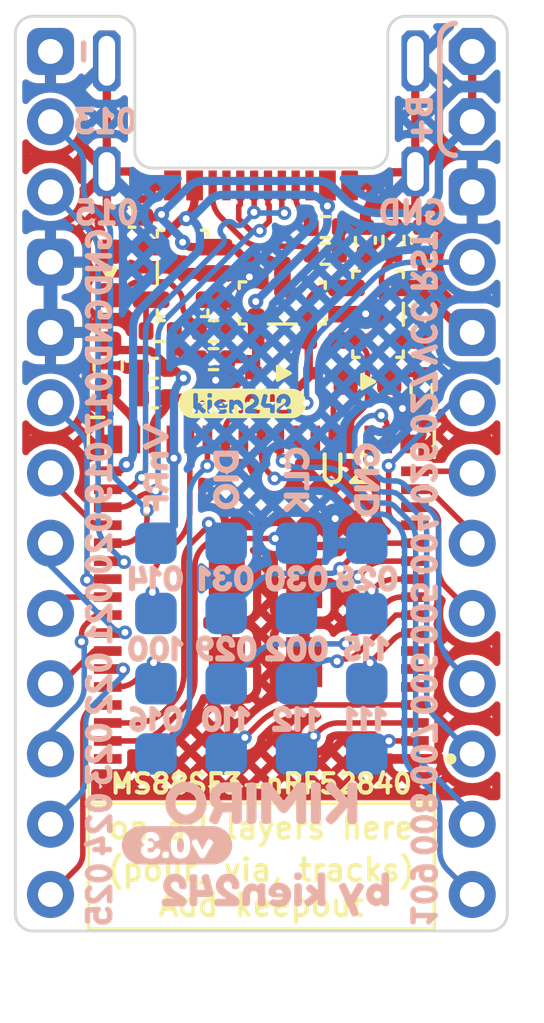
<source format=kicad_pcb>
(kicad_pcb (version 20221018) (generator pcbnew)
  (layers (0 "F.Cu" signal) (31 "B.Cu" signal) (34 "B.Paste" user) (35 "F.Paste" user) (36 "B.SilkS" user "B.Silkscreen") (37 "F.SilkS" user "F.Silkscreen") (38 "B.Mask" user) (39 "F.Mask" user) (44 "Edge.Cuts" user))
  (net 0 "")
  (net 1 "VBUS")
  (net 2 "GND")
  (net 3 "VDDH")
  (net 4 "VBAT")
  (net 5 "VCC")
  (net 6 "Net-(D2-K)")
  (net 7 "D+")
  (net 8 "D-")
  (net 9 "DCCH")
  (net 10 "POWER_PIN")
  (net 11 "SWCLK")
  (net 12 "SWDIO")
  (net 13 "RST")
  (net 14 "VDD")
  (net 15 "LED")
  (net 16 "Net-(D3-K)")
  (net 17 "Net-(J1-CC1)")
  (net 19 "019")
  (net 20 "013")
  (net 21 "015")
  (net 22 "017")
  (net 23 "021")
  (net 24 "023")
  (net 25 "020")
  (net 26 "022")
  (net 27 "024")
  (net 28 "026")
  (net 29 "004")
  (net 30 "006")
  (net 31 "008")
  (net 32 "016")
  (net 33 "005")
  (net 34 "027")
  (net 35 "109")
  (net 36 "007")
  (net 37 "025")
  (net 38 "014")
  (net 39 "031")
  (net 40 "030")
  (net 41 "028")
  (net 42 "029")
  (net 43 "002")
  (net 44 "115")
  (net 45 "113")
  (net 46 "003")
  (net 47 "114")
  (net 48 "110")
  (net 49 "112")
  (net 50 "111")
  (net 51 "Net-(J1-CC2)")
  (net 53 "Net-(U1-STAT)")
  (net 54 "Net-(U1-PROG)")
  (net 60 "100")
  (footprint "Diode_SMD:D_SOD-323" (layer "F.Cu") (at 76.962 45.9232 180)
    (fp_text reference "D1")
    (fp_text value "1N5819")
  )
  (footprint "Resistor_SMD:R_0402_1005Metric" (layer "F.Cu") (at 78.5114 40.64)
    (fp_text reference "R1")
    (fp_text value "5.1K")
  )
  (footprint "kibuzzard-62E24B57" (layer "F.Cu") (at 75.5142 47.0154)
    (fp_text reference "kibuzzard-62E24B57" hide)
    (fp_text value "G***" hide)
  )
  (footprint "Inductor_SMD:L_0603_1608Metric" (layer "F.Cu") (at 70.6628 45.6438 90)
    (fp_text reference "L1")
    (fp_text value "10uH")
  )
  (footprint "Capacitor_SMD:C_0402_1005Metric" (layer "F.Cu") (at 72.3392 45.7454 180)
    (fp_text reference "C5")
    (fp_text value "10uF")
  )
  (footprint "Resistor_SMD:R_0402_1005Metric" (layer "F.Cu") (at 81.9912 46.482 90)
    (fp_text reference "R7")
    (fp_text value "1K")
  )
  (footprint "Resistor_SMD:R_0402_1005Metric" (layer "F.Cu") (at 72.5424 44.3992)
    (fp_text reference "R5")
    (fp_text value "RPROG")
  )
  (footprint "kien242:USB-C-Low" (layer "F.Cu") (at 76.1894 38.6265)
    (fp_text reference "J1")
    (fp_text value "USB_C_Left")
  )
  (footprint "Resistor_SMD:R_0402_1005Metric" (layer "F.Cu") (at 78.5114 41.6052 180)
    (fp_text reference "R2")
    (fp_text value "5.1K")
  )
  (footprint "LED_SMD:LED_0603_1608Metric" (layer "F.Cu") (at 70.7136 42.3164 90)
    (fp_text reference "D2")
    (fp_text value "BLUE")
  )
  (footprint "Resistor_SMD:R_0402_1005Metric" (layer "F.Cu") (at 80.9752 41.1226 -90)
    (fp_text reference "R6")
    (fp_text value "10K")
  )
  (footprint "Package_TO_SOT_SMD:SOT-23-5" (layer "F.Cu") (at 73.3552 42.3164 180)
    (fp_text reference "U1")
    (fp_text value "TP4054")
  )
  (footprint "LED_SMD:LED_0603_1608Metric" (layer "F.Cu") (at 80.0354 46.228 180)
    (fp_text reference "D3")
    (fp_text value "BLUE")
  )
  (footprint "Package_TO_SOT_SMD:SOT-23" (layer "F.Cu") (at 76.962 43.3832 90)
    (fp_text reference "Q1")
    (fp_text value "AO3407")
  )
  (footprint "Capacitor_SMD:C_0402_1005Metric" (layer "F.Cu") (at 72.3392 46.8122 180)
    (fp_text reference "C4")
    (fp_text value "0.1uF")
  )
  (footprint "Capacitor_SMD:C_0402_1005Metric" (layer "F.Cu") (at 79.9592 41.1226 -90)
    (fp_text reference "C2")
    (fp_text value "10uF")
  )
  (footprint "Package_TO_SOT_SMD:SOT-23-5" (layer "F.Cu") (at 80.4164 43.7896)
    (fp_text reference "U3")
    (fp_text value "XC6220B331MR")
  )
  (footprint "Resistor_SMD:R_0402_1005Metric" (layer "F.Cu") (at 74.4728 44.3992)
    (fp_text reference "R4")
    (fp_text value "1K")
  )
  (footprint "Kimiro-library:MODULE_MS88SF3" (layer "F.Cu") (at 76.2 56.769 180)
    (fp_text reference "U2")
    (fp_text value "MS88FS3")
  )
  (footprint "Kimiro-library:Conn_1x13_P2.54mm" (layer "F.Cu") (at 83.82 34.29)
    (fp_text reference "J3")
    (fp_text value "Right")
  )
  (footprint "Capacitor_SMD:C_0402_1005Metric" (layer "F.Cu") (at 81.9912 41.1226 -90)
    (fp_text reference "C3")
    (fp_text value "4.7uF")
  )
  (footprint "Capacitor_SMD:C_0402_1005Metric" (layer "F.Cu") (at 71.5264 40.2844 180)
    (fp_text reference "C1")
    (fp_text value "10nF")
  )
  (footprint "Kimiro-library:Conn_1x13_P2.54mm" (layer "F.Cu") (at 68.58 34.29)
    (fp_text reference "J2")
    (fp_text value "Left")
  )
  (footprint "Resistor_SMD:R_0402_1005Metric" (layer "F.Cu") (at 74.4728 45.4152 180)
    (fp_text reference "R3")
    (fp_text value "R")
  )
  (footprint "kibuzzard-63BCF8A2" (layer "B.Cu") (at 74.93 49.784 -90)
    (fp_text reference "kibuzzard-63BCF8A2" hide)
    (fp_text value "G***" hide)
  )
  (footprint "Kimiro-library:Conn_1x01" (layer "B.Cu") (at 80.01 52.07 180)
    (fp_text reference "J8")
    (fp_text value " ")
  )
  (footprint "kibuzzard-640324C5" (layer "B.Cu") (at 80.01 49.784 -90)
    (fp_text reference "kibuzzard-640324C5" hide)
    (fp_text value "G***" hide)
  )
  (footprint "kibuzzard-63BCF8C7" (layer "B.Cu") (at 72.39 49.4 -90)
    (fp_text reference "kibuzzard-63BCF8C7" hide)
    (fp_text value "G***" hide)
  )
  (footprint "Kimiro-library:Conn_1x01" (layer "B.Cu") (at 77.47 52.07 180)
    (fp_text reference "J6")
    (fp_text value " ")
  )
  (footprint "kibuzzard-635CFC40" (layer "B.Cu") (at 77.47 55.88 180)
    (fp_text reference "kibuzzard-635CFC40" hide)
    (fp_text value "G***" hide)
  )
  (footprint "kibuzzard-635CFC34" (layer "B.Cu") (at 80.01 53.34 180)
    (fp_text reference "kibuzzard-635CFC34" hide)
    (fp_text value "G***" hide)
  )
  (footprint "kibuzzard-635D09C5" (layer "B.Cu") (at 73.152 62.992 180)
    (fp_text reference "kibuzzard-635D09C5" hide)
    (fp_text value "G***" hide)
  )
  (footprint "kibuzzard-635CFC4F" (layer "B.Cu") (at 72.39 55.88 180)
    (fp_text reference "kibuzzard-635CFC4F" hide)
    (fp_text value "G***" hide)
  )
  (footprint "kibuzzard-635CFC2D" (layer "B.Cu") (at 77.47 53.34 180)
    (fp_text reference "kibuzzard-635CFC2D" hide)
    (fp_text value "G***" hide)
  )
  (footprint "kibuzzard-635CFC57" (layer "B.Cu") (at 72.39 58.42 180)
    (fp_text reference "kibuzzard-635CFC57" hide)
    (fp_text value "G***" hide)
  )
  (footprint "kibuzzard-635CFC5E" (layer "B.Cu") (at 74.93 58.42 180)
    (fp_text reference "kibuzzard-635CFC5E" hide)
    (fp_text value "G***" hide)
  )
  (footprint "kibuzzard-635CFC3A" (layer "B.Cu") (at 80.01 55.88 180)
    (fp_text reference "kibuzzard-635CFC3A" hide)
    (fp_text value "G***" hide)
  )
  (footprint "Kimiro-library:Conn" (layer "B.Cu") (at 76.2 57.15 180)
    (fp_text reference "J4")
    (fp_text value " ")
  )
  (footprint "kibuzzard-63BCF8A9" (layer "B.Cu") (at 77.47 49.784 -90)
    (fp_text reference "kibuzzard-63BCF8A9" hide)
    (fp_text value "G***" hide)
  )
  (footprint "Kimiro-library:Conn_1x01" (layer "B.Cu") (at 72.39 52.07 180)
    (fp_text reference "J7")
    (fp_text value " ")
  )
  (footprint "kibuzzard-64034CD4" (layer "B.Cu") (at 76.708 64.77 180)
    (fp_text reference "kibuzzard-64034CD4" hide)
    (fp_text value "G***" hide)
  )
  (footprint "kibuzzard-635CB1F1" (layer "B.Cu") (at 74.93 53.34 180)
    (fp_text reference "kibuzzard-635CB1F2" hide)
    (fp_text value "G***" hide)
  )
  (footprint "Kimiro-library:Conn_1x01" (layer "B.Cu") (at 74.93 52.07 180)
    (fp_text reference "J5")
    (fp_text value " ")
  )
  (footprint "kibuzzard-635CFC69" (layer "B.Cu") (at 80.01 58.42 180)
    (fp_text reference "kibuzzard-635CFC69" hide)
    (fp_text value "G***" hide)
  )
  (footprint "kibuzzard-635CFC26" (layer "B.Cu") (at 72.39 53.34 180)
    (fp_text reference "kibuzzard-635CFC26" hide)
    (fp_text value "G***" hide)
  )
  (footprint "kibuzzard-635CFC63" (layer "B.Cu") (at 77.47 58.42 180)
    (fp_text reference "kibuzzard-635CFC63" hide)
    (fp_text value "G***" hide)
  )
  (footprint "kibuzzard-635CFC48" (layer "B.Cu") (at 74.93 55.88 180)
    (fp_text reference "kibuzzard-635CFC48" hide)
    (fp_text value "G***" hide)
  )
  (footprint "kibuzzard-62E2A6C4" (layer "B.Cu") (at 76.2 61.468 180)
    (fp_text reference "kibuzzard-62E2A6C4" hide)
    (fp_text value "G***" hide)
  )
  (gr_line (start 82.6516 37.4904) (end 82.6516 33.8328) (stroke (width 0.2)) (layer "B.SilkS"))
  (gr_arc (start 83.2104 38.0492) (mid 82.815269 37.885531) (end 82.6516 37.4904) (stroke (width 0.2)) (layer "B.SilkS"))
  (gr_arc (start 82.6516 33.8328) (mid 82.815269 33.437669) (end 83.2104 33.274) (stroke (width 0.2)) (layer "B.SilkS"))
  (gr_line (start 85.09 58.8518) (end 85.09 65.4558) (stroke (width 0.1)) (layer "Edge.Cuts"))
  (gr_arc (start 70.993 33.02) (mid 71.442013 33.205987) (end 71.628 33.655) (stroke (width 0.1)) (layer "Edge.Cuts"))
  (gr_arc (start 85.09 65.4558) (mid 84.904013 65.904813) (end 84.455 66.0908) (stroke (width 0.1)) (layer "Edge.Cuts"))
  (gr_line (start 85.09 36.195) (end 85.09 33.655) (stroke (width 0.1)) (layer "Edge.Cuts"))
  (gr_line (start 81.407 33.02) (end 84.455 33.02) (stroke (width 0.1)) (layer "Edge.Cuts"))
  (gr_line (start 85.09 58.8518) (end 85.09 36.195) (stroke (width 0.1)) (layer "Edge.Cuts"))
  (gr_line (start 67.31 36.195) (end 67.31 33.655) (stroke (width 0.1)) (layer "Edge.Cuts"))
  (gr_arc (start 80.772 33.655) (mid 80.957987 33.205987) (end 81.407 33.02) (stroke (width 0.1)) (layer "Edge.Cuts"))
  (gr_line (start 80.772 33.655) (end 80.772 37.8714) (stroke (width 0.1)) (layer "Edge.Cuts"))
  (gr_arc (start 80.772 37.8714) (mid 80.586013 38.320413) (end 80.137 38.5064) (stroke (width 0.1)) (layer "Edge.Cuts"))
  (gr_line (start 67.945 66.0908) (end 78.2214 66.0908) (stroke (width 0.1)) (layer "Edge.Cuts"))
  (gr_line (start 72.263 38.5064) (end 80.137 38.5064) (stroke (width 0.1)) (layer "Edge.Cuts"))
  (gr_line (start 70.993 33.02) (end 67.945 33.02) (stroke (width 0.1)) (layer "Edge.Cuts"))
  (gr_arc (start 67.31 33.655) (mid 67.495987 33.205987) (end 67.945 33.02) (stroke (width 0.1)) (layer "Edge.Cuts"))
  (gr_line (start 67.31 65.4558) (end 67.31 36.195) (stroke (width 0.1)) (layer "Edge.Cuts"))
  (gr_line (start 84.455 66.0908) (end 78.2214 66.0908) (stroke (width 0.1)) (layer "Edge.Cuts"))
  (gr_arc (start 72.263 38.5064) (mid 71.813987 38.320413) (end 71.628 37.8714) (stroke (width 0.1)) (layer "Edge.Cuts"))
  (gr_line (start 71.628 33.655) (end 71.628 37.8714) (stroke (width 0.1)) (layer "Edge.Cuts"))
  (gr_arc (start 84.455 33.02) (mid 84.904013 33.205987) (end 85.09 33.655) (stroke (width 0.1)) (layer "Edge.Cuts"))
  (gr_arc (start 67.945 66.0908) (mid 67.495987 65.904813) (end 67.31 65.4558) (stroke (width 0.1)) (layer "Edge.Cuts"))
  (gr_text "RST" (at 82.042 41.91 270) (layer "B.SilkS") (effects (font (size 0.8 0.8) (thickness 0.2)) (justify mirror)))
  (gr_text "007" (at 82.042 59.69 270) (layer "B.SilkS") (effects (font (size 0.8 0.8) (thickness 0.2)) (justify mirror)))
  (gr_text "006" (at 82.042 57.15 270) (layer "B.SilkS") (effects (font (size 0.8 0.8) (thickness 0.2)) (justify mirror)))
  (gr_text "023" (at 70.358 59.69 90) (layer "B.SilkS") (effects (font (size 0.8 0.8) (thickness 0.2)) (justify mirror)))
  (gr_text "GND" (at 70.358 41.91 90) (layer "B.SilkS") (effects (font (size 0.8 0.8) (thickness 0.2)) (justify mirror)))
  (gr_text "024" (at 70.358 62.23 90) (layer "B.SilkS") (effects (font (size 0.8 0.8) (thickness 0.2)) (justify mirror)))
  (gr_text "109" (at 82.042 64.77 270) (layer "B.SilkS") (effects (font (size 0.8 0.8) (thickness 0.2)) (justify mirror)))
  (gr_text "017" (at 70.358 46.99 90) (layer "B.SilkS") (effects (font (size 0.8 0.8) (thickness 0.2)) (justify mirror)))
  (gr_text "019" (at 70.358 49.53 90) (layer "B.SilkS") (effects (font (size 0.8 0.8) (thickness 0.2)) (justify mirror)))
  (gr_text "027" (at 82.042 46.99 270) (layer "B.SilkS") (effects (font (size 0.8 0.8) (thickness 0.2)) (justify mirror)))
  (gr_text "005" (at 82.042 54.61 270) (layer "B.SilkS") (effects (font (size 0.8 0.8) (thickness 0.2)) (justify mirror)))
  (gr_text "B+" (at 81.9404 36.7792 90) (layer "B.SilkS") (effects (font (size 0.8 0.8) (thickness 0.2)) (justify mirror)))
  (gr_text "021" (at 70.358 54.61 90) (layer "B.SilkS") (effects (font (size 0.8 0.8) (thickness 0.2)) (justify mirror)))
  (gr_text "-" (at 69.723 34.29 90) (layer "B.SilkS") (effects (font (size 0.8 0.8) (thickness 0.2)) (justify mirror)))
  (gr_text "GND" (at 81.661 40.12695) (layer "B.SilkS") (effects (font (size 0.8 0.8) (thickness 0.2)) (justify mirror)))
  (gr_text "VCC" (at 82.042 44.45 270) (layer "B.SilkS") (effects (font (size 0.8 0.8) (thickness 0.2)) (justify mirror)))
  (gr_text "026" (at 82.042 49.53 270) (layer "B.SilkS") (effects (font (size 0.8 0.8) (thickness 0.2)) (justify mirror)))
  (gr_text "020\n" (at 70.358 52.07 90) (layer "B.SilkS") (effects (font (size 0.8 0.8) (thickness 0.2)) (justify mirror)))
  (gr_text "008" (at 82.042 62.23 270) (layer "B.SilkS") (effects (font (size 0.8 0.8) (thickness 0.2)) (justify mirror)))
  (gr_text "004" (at 82.042 52.07 270) (layer "B.SilkS") (effects (font (size 0.8 0.8) (thickness 0.2)) (justify mirror)))
  (gr_text "015" (at 70.612 40.132) (layer "B.SilkS") (effects (font (size 0.8 0.8) (thickness 0.2)) (justify mirror)))
  (gr_text "022" (at 70.358 57.15 90) (layer "B.SilkS") (effects (font (size 0.8 0.8) (thickness 0.2)) (justify mirror)))
  (gr_text "025\n" (at 70.358 64.77 90) (layer "B.SilkS") (effects (font (size 0.8 0.8) (thickness 0.2)) (justify mirror)))
  (gr_text "GND" (at 70.358 44.45 90) (layer "B.SilkS") (effects (font (size 0.8 0.8) (thickness 0.2)) (justify mirror)))
  (gr_text "013" (at 70.5612 36.83) (layer "B.SilkS") (effects (font (size 0.8 0.8) (thickness 0.2)) (justify mirror)))
  (segment (start 73.7894 39.613786) (end 73.7894 39.1345) (width 0.3) (layer "F.Cu") (net 1))
  (segment (start 73.4822 40.3352) (end 73.496507 40.320893) (width 0.3) (layer "F.Cu") (net 1))
  (segment (start 73.323931 40.3352) (end 72.292731 41.3664) (width 0.3) (layer "F.Cu") (net 1))
  (segment (start 72.292731 41.3664) (end 71.0793 41.3664) (width 0.3) (layer "F.Cu") (net 1))
  (segment (start 71.0793 41.3664) (end 70.7136 41.7321) (width 0.3) (layer "F.Cu") (net 1))
  (segment (start 78.5876 39.1363) (end 78.5894 39.1345) (width 0.3) (layer "F.Cu") (net 1))
  (segment (start 76.012 44.3207) (end 76.012 45.3746) (width 0.3) (layer "F.Cu") (net 1))
  (segment (start 76.012 45.874) (end 75.912 45.974) (width 0.3) (layer "F.Cu") (net 1))
  (segment (start 71.3232 49.2252) (end 71.225846 49.322554) (width 0.3) (layer "F.Cu") (net 1))
  (segment (start 78.5876 39.878) (end 78.5876 39.1363) (width 0.3) (layer "F.Cu") (net 1))
  (segment (start 75.9714 45.4152) (end 76.012 45.3746) (width 0.3) (layer "F.Cu") (net 1))
  (segment (start 70.872293 49.469) (end 70.6 49.469) (width 0.3) (layer "F.Cu") (net 1))
  (segment (start 76.012 43.3476) (end 76.012 44.3207) (width 0.3) (layer "F.Cu") (net 1))
  (segment (start 76.012 45.3746) (end 76.012 45.874) (width 0.3) (layer "F.Cu") (net 1))
  (segment (start 74.9828 45.4152) (end 75.9714 45.4152) (width 0.3) (layer "F.Cu") (net 1))
  (segment (start 75.9968 43.3324) (end 76.012 43.3476) (width 0.3) (layer "F.Cu") (net 1))
  (segment (start 73.4822 40.3352) (end 73.323931 40.3352) (width 0.3) (layer "F.Cu") (net 1))
  (via (at 75.9968 43.3324) (size 0.55) (drill 0.25) (layers "F.Cu" "B.Cu") (net 1))
  (via (at 78.5876 39.878) (size 0.55) (drill 0.25) (layers "F.Cu" "B.Cu") (net 1))
  (via (at 71.3232 49.2252) (size 0.55) (drill 0.25) (layers "F.Cu" "B.Cu") (net 1))
  (via (at 73.4822 40.3352) (size 0.55) (drill 0.25) (layers "F.Cu" "B.Cu") (net 1))
  (arc (start 70.872293 49.469) (mid 71.063634 49.43094) (end 71.225846 49.322554) (width 0.3) (layer "F.Cu") (net 1))
  (arc (start 73.7894 39.613786) (mid 73.71328 39.996469) (end 73.496507 40.320893) (width 0.3) (layer "F.Cu") (net 1))
  (segment (start 74.83426 39.4716) (end 77.5462 39.4716) (width 0.3) (layer "B.Cu") (net 1))
  (segment (start 73.4822 40.3352) (end 73.66 40.3352) (width 0.3) (layer "B.Cu") (net 1))
  (segment (start 71.419336 49.129064) (end 71.3232 49.2252) (width 0.3) (layer "B.Cu") (net 1))
  (segment (start 73.832649 41.599693) (end 71.858676 43.573666) (width 0.3) (layer "B.Cu") (net 1))
  (segment (start 73.979096 40.964956) (end 73.979096 41.246139) (width 0.3) (layer "B.Cu") (net 1))
  (segment (start 78.5876 40.43094) (end 78.5876 39.878) (width 0.3) (layer "B.Cu") (net 1))
  (segment (start 77.5462 39.4716) (end 77.87054 39.4716) (width 0.3) (layer "B.Cu") (net 1))
  (segment (start 78.40087 39.69127) (end 78.5876 39.878) (width 0.3) (layer "B.Cu") (net 1))
  (segment (start 71.565783 44.280773) (end 71.565783 48.77551) (width 0.3) (layer "B.Cu") (net 1))
  (segment (start 77.5462 39.4716) (end 77.5716 39.4716) (width 0.3) (layer "B.Cu") (net 1))
  (segment (start 73.66 40.3352) (end 74.30393 39.69127) (width 0.3) (layer "B.Cu") (net 1))
  (segment (start 73.66 40.3352) (end 73.759426 40.434626) (width 0.3) (layer "B.Cu") (net 1))
  (segment (start 75.9968 43.3324) (end 78.36793 40.96127) (width 0.3) (layer "B.Cu") (net 1))
  (arc (start 73.979096 40.964956) (mid 73.922006 40.677943) (end 73.759426 40.434626) (width 0.3) (layer "B.Cu") (net 1))
  (arc (start 74.30393 39.69127) (mid 74.547247 39.52869) (end 74.83426 39.4716) (width 0.3) (layer "B.Cu") (net 1))
  (arc (start 71.419336 49.129064) (mid 71.527723 48.966852) (end 71.565783 48.77551) (width 0.3) (layer "B.Cu") (net 1))
  (arc (start 78.5876 40.43094) (mid 78.53051 40.717953) (end 78.36793 40.96127) (width 0.3) (layer "B.Cu") (net 1))
  (arc (start 77.87054 39.4716) (mid 78.157553 39.52869) (end 78.40087 39.69127) (width 0.3) (layer "B.Cu") (net 1))
  (arc (start 73.979096 41.246139) (mid 73.941036 41.437481) (end 73.832649 41.599693) (width 0.3) (layer "B.Cu") (net 1))
  (arc (start 71.565783 44.280773) (mid 71.641903 43.89809) (end 71.858676 43.573666) (width 0.3) (layer "B.Cu") (net 1))
  (segment (start 80.531 39.9926) (end 81.6486 39.9926) (width 0.3) (layer "F.Cu") (net 2))
  (segment (start 81.7644 38.6305) (end 81.7644 34.6305) (width 0.3) (layer "F.Cu") (net 2))
  (segment (start 79.0214 41.6052) (end 79.0214 40.64) (width 0.3) (layer "F.Cu") (net 2))
  (segment (start 81.9912 40.3352) (end 81.661 40.005) (width 0.3) (layer "F.Cu") (net 2))
  (segment (start 73.9628 45.4152) (end 73.841707 45.4152) (width 0.3) (layer "F.Cu") (net 2))
  (segment (start 71.0464 40.0786) (end 71.9513 39.1737) (width 0.3) (layer "F.Cu") (net 2))
  (segment (start 73.0524 44.625893) (end 73.0524 44.3992) (width 0.3) (layer "F.Cu") (net 2))
  (segment (start 80.264 39.7256) (end 80.264 39.3192) (width 0.3) (layer "F.Cu") (net 2))
  (segment (start 79.2281 43.7896) (end 79.956367 43.7896) (width 0.3) (layer "F.Cu") (net 2))
  (segment (start 81.7361 38.6588) (end 80.9244 38.6588) (width 0.3) (layer "F.Cu") (net 2))
  (segment (start 79.9566 40.64) (end 79.9592 40.6426) (width 0.3) (layer "F.Cu") (net 2))
  (segment (start 74.0918 46.1772) (end 74.0056 46.091) (width 0.3) (layer "F.Cu") (net 2))
  (segment (start 79.956367 43.7896) (end 79.9689 43.777067) (width 0.3) (layer "F.Cu") (net 2))
  (segment (start 71.9513 39.1345) (end 71.4473 38.6305) (width 0.3) (layer "F.Cu") (net 2))
  (segment (start 70.9012 40.3) (end 70.7 40.3) (width 0.3) (layer "F.Cu") (net 2))
  (segment (start 71.9513 39.1737) (end 71.9513 39.1345) (width 0.3) (layer "F.Cu") (net 2))
  (segment (start 80.0285 39.1345) (end 80.0793 39.1345) (width 0.3) (layer "F.Cu") (net 2))
  (segment (start 73.488153 45.268753) (end 73.198846 44.979446) (width 0.3) (layer "F.Cu") (net 2))
  (segment (start 80.264 39.7256) (end 80.531 39.9926) (width 0.3) (layer "F.Cu") (net 2))
  (segment (start 79.9592 40.6426) (end 79.9592 40.0304) (width 0.3) (layer "F.Cu") (net 2))
  (segment (start 74.549 46.1772) (end 74.0918 46.1772) (width 0.3) (layer "F.Cu") (net 2))
  (segment (start 81.9912 40.6426) (end 81.9912 40.3352) (width 0.3) (layer "F.Cu") (net 2))
  (segment (start 70.6144 40.2144) (end 70.6144 38.6305) (width 0.3) (layer "F.Cu") (net 2))
  (segment (start 80.264 39.3192) (end 80.4487 39.1345) (width 0.3) (layer "F.Cu") (net 2))
  (segment (start 81.7644 38.6305) (end 81.7644 39.9016) (width 0.3) (layer "F.Cu") (net 2))
  (segment (start 75.7682 42.4434) (end 75.6412 42.3164) (width 0.3) (layer "F.Cu") (net 2))
  (segment (start 74.0056 45.458) (end 73.9628 45.4152) (width 0.3) (layer "F.Cu") (net 2))
  (segment (start 81.6486 39.9926) (end 81.661 40.005) (width 0.3) (layer "F.Cu") (net 2))
  (segment (start 68.58 44.4246) (end 68.58 41.8846) (width 0.5) (layer "F.Cu") (net 2))
  (segment (start 70.7 40.3) (end 70.6144 40.2144) (width 0.3) (layer "F.Cu") (net 2))
  (segment (start 70.6144 38.6305) (end 70.6144 34.6305) (width 0.3) (layer "F.Cu") (net 2))
  (segment (start 80.4487 39.1345) (end 80.0285 39.1345) (width 0.3) (layer "F.Cu") (net 2))
  (segment (start 80.038 39.144) (end 80.0285 39.1345) (width 0.3) (layer "F.Cu") (net 2))
  (segment (start 71.8592 46.8122) (end 71.8592 45.7454) (width 0.3) (layer "F.Cu") (net 2))
  (segment (start 75.6412 42.3164) (end 74.4927 42.3164) (width 0.3) (layer "F.Cu") (net 2))
  (segment (start 79.0214 40.64) (end 79.9566 40.64) (width 0.3) (layer "F.Cu") (net 2))
  (segment (start 79.9592 40.0304) (end 80.264 39.7256) (width 0.3) (layer "F.Cu") (net 2))
  (segment (start 81.7644 39.9016) (end 81.661 40.005) (width 0.3) (layer "F.Cu") (net 2))
  (segment (start 70.9168 40.2844) (end 70.9012 40.3) (width 0.3) (layer "F.Cu") (net 2))
  (segment (start 71.4473 38.6305) (end 70.6144 38.6305) (width 0.3) (layer "F.Cu") (net 2))
  (segment (start 71.0464 40.2844) (end 71.0464 40.0786) (width 0.3) (layer "F.Cu") (net 2))
  (segment (start 79.3894 39.1345) (end 80.0285 39.1345) (width 0.3) (layer "F.Cu") (net 2))
  (segment (start 72.9894 39.1345) (end 71.9513 39.1345) (width 0.3) (layer "F.Cu") (net 2))
  (segment (start 80.9244 38.6588) (end 80.4487 39.1345) (width 0.3) (layer "F.Cu") (net 2))
  (segment (start 81.7644 38.6305) (end 81.7361 38.6588) (width 0.3) (layer "F.Cu") (net 2))
  (segment (start 74.0056 46.091) (end 74.0056 45.458) (width 0.3) (layer "F.Cu") (net 2))
  (segment (start 80.0793 39.1345) (end 80.264 39.3192) (width 0.3) (layer "F.Cu") (net 2))
  (via (at 74.549 46.1772) (size 0.55) (drill 0.25) (layers "F.Cu" "B.Cu") (net 2))
  (via (at 79.9689 43.777067) (size 0.55) (drill 0.25) (layers "F.Cu" "B.Cu") (net 2))
  (via (at 81.3 47.2) (size 0.55) (drill 0.25) (layers "F.Cu" "B.Cu") (net 2))
  (via (at 75.7682 42.4434) (size 0.55) (drill 0.25) (layers "F.Cu" "B.Cu") (net 2))
  (via (at 78.867 51.181) (size 0.5) (drill 0.25) (layers "F.Cu" "B.Cu") (net 2))
  (arc (start 73.198846 44.979446) (mid 73.09046 44.817234) (end 73.0524 44.625893) (width 0.3) (layer "F.Cu") (net 2))
  (arc (start 73.488153 45.268753) (mid 73.650365 45.37714) (end 73.841707 45.4152) (width 0.3) (layer "F.Cu") (net 2))
  (segment (start 68.58 44.45) (end 68.58 41.91) (width 0.5) (layer "B.Cu") (net 2))
  (segment (start 77.912 43.478507) (end 77.912 44.3207) (width 0.3) (layer "F.Cu") (net 3))
  (segment (start 72.8192 46.8122) (end 76.55248 46.8122) (width 0.3) (layer "F.Cu") (net 3))
  (segment (start 79.2281 42.8396) (end 79.682682 42.385018) (width 0.3) (layer "F.Cu") (net 3))
  (segment (start 72.601844 47.336956) (end 72.51967 47.41913) (width 0.3) (layer "F.Cu") (net 3))
  (segment (start 78.197353 42.986047) (end 78.058446 43.124954) (width 0.3) (layer "F.Cu") (net 3))
  (segment (start 79.2789 42.8396) (end 78.550907 42.8396) (width 0.3) (layer "F.Cu") (net 3))
  (segment (start 77.912 44.3207) (end 77.912 45.874) (width 0.3) (layer "F.Cu") (net 3))
  (segment (start 80.966765 40.638) (end 81.0768 40.638) (width 0.3) (layer "F.Cu") (net 3))
  (segment (start 77.61314 46.37286) (end 78.012 45.974) (width 0.3) (layer "F.Cu") (net 3))
  (segment (start 80.01 41.594765) (end 80.966765 40.638) (width 0.3) (layer "F.Cu") (net 3))
  (segment (start 77.912 45.874) (end 78.012 45.974) (width 0.3) (layer "F.Cu") (net 3))
  (segment (start 72.3 47.94946) (end 72.3 48.269) (width 0.3) (layer "F.Cu") (net 3))
  (arc (start 78.058446 43.124954) (mid 77.95006 43.287166) (end 77.912 43.478507) (width 0.3) (layer "F.Cu") (net 3))
  (arc (start 80.01 41.594765) (mid 79.924933 42.022464) (end 79.682682 42.385018) (width 0.3) (layer "F.Cu") (net 3))
  (arc (start 72.51967 47.41913) (mid 72.35709 47.662447) (end 72.3 47.94946) (width 0.3) (layer "F.Cu") (net 3))
  (arc (start 76.55248 46.8122) (mid 77.126505 46.698019) (end 77.61314 46.37286) (width 0.3) (layer "F.Cu") (net 3))
  (arc (start 78.197353 42.986047) (mid 78.359565 42.87766) (end 78.550907 42.8396) (width 0.3) (layer "F.Cu") (net 3))
  (arc (start 72.8192 46.8122) (mid 72.762711 47.096201) (end 72.601844 47.336956) (width 0.3) (layer "F.Cu") (net 3))
  (segment (start 74.4927 41.3664) (end 73.738652 41.3664) (width 0.3) (layer "F.Cu") (net 4))
  (segment (start 72.593177 40.182777) (end 72.491554 40.2844) (width 0.3) (layer "F.Cu") (net 4))
  (segment (start 83.82 34.29) (end 83.82 36.83) (width 0.3) (layer "F.Cu") (net 4))
  (segment (start 76.321772 41.781679) (end 75.806182 41.781679) (width 0.3) (layer "F.Cu") (net 4))
  (segment (start 75.452628 41.635232) (end 75.330244 41.512847) (width 0.3) (layer "F.Cu") (net 4))
  (segment (start 72.491554 40.2844) (end 72.1588 40.2844) (width 0.3) (layer "F.Cu") (net 4))
  (segment (start 74.97669 41.3664) (end 74.4927 41.3664) (width 0.3) (layer "F.Cu") (net 4))
  (segment (start 76.962 42.4457) (end 76.962 42.2148) (width 0.3) (layer "F.Cu") (net 4))
  (segment (start 76.962 42.2148) (end 76.675325 41.928125) (width 0.3) (layer "F.Cu") (net 4))
  (segment (start 73.38513 41.219953) (end 73.354096 41.188919) (width 0.3) (layer "F.Cu") (net 4))
  (via (at 72.593177 40.182777) (size 0.55) (drill 0.25) (layers "F.Cu" "B.Cu") (net 4))
  (via (at 73.354096 41.188919) (size 0.55) (drill 0.25) (layers "F.Cu" "B.Cu") (net 4))
  (arc (start 76.675325 41.928125) (mid 76.513113 41.819739) (end 76.321772 41.781679) (width 0.3) (layer "F.Cu") (net 4))
  (arc (start 73.738652 41.3664) (mid 73.547334 41.328343) (end 73.38513 41.219953) (width 0.3) (layer "F.Cu") (net 4))
  (arc (start 75.452628 41.635232) (mid 75.61484 41.743619) (end 75.806182 41.781679) (width 0.3) (layer "F.Cu") (net 4))
  (arc (start 74.97669 41.3664) (mid 75.168032 41.40446) (end 75.330244 41.512847) (width 0.3) (layer "F.Cu") (net 4))
  (segment (start 72.593177 40.330061) (end 73.354096 41.09098) (width 0.3) (layer "B.Cu") (net 4))
  (segment (start 79.203901 39.610417) (end 78.784754 39.19127) (width 0.3) (layer "B.Cu") (net 4))
  (segment (start 83.82 36.83) (end 82.83407 37.81593) (width 0.3) (layer "B.Cu") (net 4))
  (segment (start 72.593177 40.162539) (end 72.593177 40.182777) (width 0.3) (layer "B.Cu") (net 4))
  (segment (start 73.564446 39.19127) (end 72.593177 40.162539) (width 0.3) (layer "B.Cu") (net 4))
  (segment (start 82.6144 38.34626) (end 82.6144 39.327093) (width 0.3) (layer "B.Cu") (net 4))
  (segment (start 78.254424 38.9716) (end 74.094776 38.9716) (width 0.3) (layer "B.Cu") (net 4))
  (segment (start 72.593177 40.182777) (end 72.593177 40.330061) (width 0.3) (layer "B.Cu") (net 4))
  (segment (start 82.467953 39.680647) (end 82.163046 39.985554) (width 0.3) (layer "B.Cu") (net 4))
  (segment (start 81.809493 40.132) (end 80.463114 40.132) (width 0.3) (layer "B.Cu") (net 4))
  (segment (start 73.354096 41.09098) (end 73.354096 41.188919) (width 0.3) (layer "B.Cu") (net 4))
  (arc (start 82.83407 37.81593) (mid 82.67149 38.059247) (end 82.6144 38.34626) (width 0.3) (layer "B.Cu") (net 4))
  (arc (start 79.203901 39.610417) (mid 79.781633 39.996445) (end 80.463114 40.132) (width 0.3) (layer "B.Cu") (net 4))
  (arc (start 81.809493 40.132) (mid 82.000834 40.09394) (end 82.163046 39.985554) (width 0.3) (layer "B.Cu") (net 4))
  (arc (start 74.094776 38.9716) (mid 73.807763 39.02869) (end 73.564446 39.19127) (width 0.3) (layer "B.Cu") (net 4))
  (arc (start 82.6144 39.327093) (mid 82.57634 39.518435) (end 82.467953 39.680647) (width 0.3) (layer "B.Cu") (net 4))
  (arc (start 78.784754 39.19127) (mid 78.541437 39.02869) (end 78.254424 38.9716) (width 0.3) (layer "B.Cu") (net 4))
  (segment (start 83.5152 44.45) (end 83.82 44.45) (width 0.3) (layer "F.Cu") (net 5))
  (segment (start 81.5031 42.8396) (end 81.7982 42.8396) (width 0.3) (layer "F.Cu") (net 5))
  (segment (start 81.5031 42.8396) (end 81.9048 42.8396) (width 0.3) (layer "F.Cu") (net 5))
  (segment (start 81.9048 42.8396) (end 83.5152 44.45) (width 0.3) (layer "F.Cu") (net 5))
  (segment (start 81.9912 41.6026) (end 81.9912 42.6466) (width 0.3) (layer "F.Cu") (net 5))
  (segment (start 81.7982 42.8396) (end 81.9912 42.6466) (width 0.3) (layer "F.Cu") (net 5))
  (segment (start 73.35372 43.246479) (end 73.3552 43.312111) (width 0.2) (layer "F.Cu") (net 6))
  (segment (start 72.664289 42.6212) (end 72.72992 42.622688) (width 0.2) (layer "F.Cu") (net 6))
  (segment (start 73.017842 42.767646) (end 73.208753 42.958557) (width 0.2) (layer "F.Cu") (net 6))
  (segment (start 70.7136 43.1039) (end 70.7136 43.3071) (width 0.2) (layer "F.Cu") (net 6))
  (segment (start 71.081304 43.1039) (end 71.417558 42.767646) (width 0.2) (layer "F.Cu") (net 6))
  (segment (start 70.7136 43.1039) (end 71.081304 43.1039) (width 0.2) (layer "F.Cu") (net 6))
  (segment (start 73.319749 43.119687) (end 73.35372 43.246479) (width 0.2) (layer "F.Cu") (net 6))
  (segment (start 73.254119 43.006008) (end 73.319749 43.119687) (width 0.2) (layer "F.Cu") (net 6))
  (segment (start 73.456286 43.78699) (end 73.501646 43.834446) (width 0.2) (layer "F.Cu") (net 6))
  (segment (start 71.771111 42.6212) (end 72.664289 42.6212) (width 0.2) (layer "F.Cu") (net 6))
  (segment (start 73.3552 43.480893) (end 73.356685 43.546524) (width 0.2) (layer "F.Cu") (net 6))
  (segment (start 73.356685 43.546524) (end 73.390657 43.673313) (width 0.2) (layer "F.Cu") (net 6))
  (segment (start 73.9628 44.2956) (end 73.9628 44.3992) (width 0.2) (layer "F.Cu") (net 6))
  (segment (start 73.390657 43.673313) (end 73.456286 43.78699) (width 0.2) (layer "F.Cu") (net 6))
  (segment (start 72.856709 42.656658) (end 72.970386 42.722287) (width 0.2) (layer "F.Cu") (net 6))
  (segment (start 73.208753 42.958557) (end 73.254119 43.006008) (width 0.2) (layer "F.Cu") (net 6))
  (segment (start 73.3552 43.312111) (end 73.3552 43.480893) (width 0.2) (layer "F.Cu") (net 6))
  (segment (start 72.72992 42.622688) (end 72.856709 42.656658) (width 0.2) (layer "F.Cu") (net 6))
  (segment (start 73.501646 43.834446) (end 73.9628 44.2956) (width 0.2) (layer "F.Cu") (net 6))
  (segment (start 72.970386 42.722287) (end 73.017842 42.767646) (width 0.2) (layer "F.Cu") (net 6))
  (arc (start 71.771111 42.6212) (mid 71.57977 42.65926) (end 71.417558 42.767646) (width 0.2) (layer "F.Cu") (net 6))
  (segment (start 76.482672 40.433142) (end 76.482672 39.849917) (width 0.2) (layer "F.Cu") (net 7))
  (segment (start 75.81294 40.77396) (end 75.383172 40.344192) (width 0.2) (layer "F.Cu") (net 7))
  (segment (start 72.382934 50.175933) (end 72.310852 50.248015) (width 0.2) (layer "F.Cu") (net 7))
  (segment (start 71.082092 50.769) (end 70.6 50.769) (width 0.2) (layer "F.Cu") (net 7))
  (segment (start 71.694067 50.467685) (end 71.612422 50.54933) (width 0.2) (layer "F.Cu") (net 7))
  (segment (start 75.383172 40.344192) (end 75.383172 39.878493) (width 0.2) (layer "F.Cu") (net 7))
  (segment (start 76.141854 40.77396) (end 75.81294 40.77396) (width 0.2) (layer "F.Cu") (net 7))
  (segment (start 72.310852 50.248015) (end 72.224397 50.248015) (width 0.2) (layer "F.Cu") (net 7))
  (segment (start 76.482672 39.849917) (end 76.4394 39.806645) (width 0.2) (layer "F.Cu") (net 7))
  (segment (start 76.4394 39.806645) (end 76.4394 39.3055) (width 0.2) (layer "F.Cu") (net 7))
  (segment (start 75.383172 39.878493) (end 75.4394 39.822265) (width 0.2) (layer "F.Cu") (net 7))
  (segment (start 75.4394 39.822265) (end 75.4394 39.1345) (width 0.2) (layer "F.Cu") (net 7))
  (segment (start 76.141854 40.77396) (end 76.482672 40.433142) (width 0.2) (layer "F.Cu") (net 7))
  (via (at 72.382934 50.175933) (size 0.5) (drill 0.25) (layers "F.Cu" "B.Cu") (net 7))
  (via (at 76.141854 40.77396) (size 0.5) (drill 0.25) (layers "F.Cu" "B.Cu") (net 7))
  (arc (start 72.224397 50.248015) (mid 71.937384 50.305105) (end 71.694067 50.467685) (width 0.2) (layer "F.Cu") (net 7))
  (arc (start 71.082092 50.769) (mid 71.369105 50.71191) (end 71.612422 50.54933) (width 0.2) (layer "F.Cu") (net 7))
  (segment (start 75.931175 40.77396) (end 76.141854 40.77396) (width 0.2) (layer "B.Cu") (net 7))
  (segment (start 72.465783 50.093084) (end 72.465783 44.653566) (width 0.2) (layer "B.Cu") (net 7))
  (segment (start 72.758676 43.946459) (end 75.931175 40.77396) (width 0.2) (layer "B.Cu") (net 7))
  (segment (start 72.382934 50.175933) (end 72.465783 50.093084) (width 0.2) (layer "B.Cu") (net 7))
  (arc (start 72.465783 44.653566) (mid 72.541903 44.270882) (end 72.758676 43.946459) (width 0.2) (layer "B.Cu") (net 7))
  (segment (start 76.94726 39.31336) (end 76.9394 39.3055) (width 0.2) (layer "F.Cu") (net 8))
  (segment (start 71.872153 49.698015) (end 71.864475 49.698015) (width 0.2) (layer "F.Cu") (net 8))
  (segment (start 76.9394 39.1345) (end 76.9394 40.039228) (width 0.2) (layer "F.Cu") (net 8))
  (segment (start 75.933172 40.106311) (end 75.9394 40.100083) (width 0.2) (layer "F.Cu") (net 8))
  (segment (start 75.9394 40.100083) (end 75.9394 39.3055) (width 0.2) (layer "F.Cu") (net 8))
  (segment (start 71.864475 49.698015) (end 71.544768 50.017722) (width 0.2) (layer "F.Cu") (net 8))
  (segment (start 71.238818 50.119) (end 70.6 50.119) (width 0.2) (layer "F.Cu") (net 8))
  (segment (start 77.032172 40.132) (end 76.95512 40.054948) (width 0.2) (layer "F.Cu") (net 8))
  (segment (start 76.9394 40.039228) (end 77.032172 40.132) (width 0.2) (layer "F.Cu") (net 8))
  (via (at 71.872153 49.698015) (size 0.5) (drill 0.25) (layers "F.Cu" "B.Cu") (net 8))
  (via (at 75.933172 40.106311) (size 0.5) (drill 0.25) (layers "F.Cu" "B.Cu") (net 8))
  (via (at 77.032172 40.132) (size 0.5) (drill 0.25) (layers "F.Cu" "B.Cu") (net 8))
  (arc (start 71.544768 50.017722) (mid 71.399535 50.09246) (end 71.238818 50.119) (width 0.2) (layer "F.Cu") (net 8))
  (arc (start 76.95512 39.332335) (mid 76.953077 39.322065) (end 76.94726 39.31336) (width 0.2) (layer "F.Cu") (net 8))
  (segment (start 74.784368 40.939478) (end 74.784369 40.939478) (width 0.2) (layer "B.Cu") (net 8))
  (segment (start 71.872153 49.698015) (end 71.872153 49.690642) (width 0.2) (layer "B.Cu") (net 8))
  (segment (start 74.78437 40.594586) (end 74.863742 40.515215) (width 0.2) (layer "B.Cu") (net 8))
  (segment (start 74.534368 41.534368) (end 74.784368 41.284368) (width 0.2) (layer "B.Cu") (net 8))
  (segment (start 74.78437 40.594587) (end 74.78437 40.594586) (width 0.2) (layer "B.Cu") (net 8))
  (segment (start 71.872153 49.690642) (end 71.914678 49.648117) (width 0.2) (layer "B.Cu") (net 8))
  (segment (start 75.553525 40.515214) (end 75.933172 40.135566) (width 0.2) (layer "B.Cu") (net 8))
  (segment (start 72.308676 43.760062) (end 74.534368 41.534368) (width 0.2) (layer "B.Cu") (net 8))
  (segment (start 75.553524 40.515215) (end 75.553525 40.515214) (width 0.2) (layer "B.Cu") (net 8))
  (segment (start 72.015783 49.342035) (end 72.015783 44.467169) (width 0.2) (layer "B.Cu") (net 8))
  (segment (start 75.958861 40.132) (end 77.032172 40.132) (width 0.2) (layer "B.Cu") (net 8))
  (arc (start 74.784368 41.284368) (mid 74.855797 41.111923) (end 74.784368 40.939478) (width 0.2) (layer "B.Cu") (net 8))
  (arc (start 75.208633 40.515214) (mid 75.381079 40.586645) (end 75.553524 40.515215) (width 0.2) (layer "B.Cu") (net 8))
  (arc (start 72.015783 44.467169) (mid 72.091913 44.084491) (end 72.308676 43.760062) (width 0.2) (layer "B.Cu") (net 8))
  (arc (start 71.914678 49.648117) (mid 71.989237 49.502748) (end 72.015783 49.342035) (width 0.2) (layer "B.Cu") (net 8))
  (arc (start 74.784369 40.939478) (mid 74.712939 40.767031) (end 74.78437 40.594587) (width 0.2) (layer "B.Cu") (net 8))
  (arc (start 74.863742 40.515215) (mid 75.036188 40.443784) (end 75.208633 40.515214) (width 0.2) (layer "B.Cu") (net 8))
  (segment (start 70.6628 46.6344) (end 70.6628 46.4313) (width 0.3) (layer "F.Cu") (net 9))
  (segment (start 71.65 48.269) (end 71.65 48.021657) (width 0.3) (layer "F.Cu") (net 9))
  (segment (start 71.367118 47.338718) (end 70.6628 46.6344) (width 0.3) (layer "F.Cu") (net 9))
  (arc (start 71.367118 47.338718) (mid 71.576482 47.652053) (end 71.65 48.021657) (width 0.3) (layer "F.Cu") (net 9))
  (segment (start 80.5434 42.50006) (end 80.5434 43.80914) (width 0.2) (layer "F.Cu") (net 10))
  (segment (start 79.2789 44.7396) (end 79.6138 44.7396) (width 0.2) (layer "F.Cu") (net 10))
  (segment (start 81.0788 41.6052) (end 81.0788 41.654) (width 0.2) (layer "F.Cu") (net 10))
  (segment (start 80.0354 46.833693) (end 80.0354 45.368307) (width 0.2) (layer "F.Cu") (net 10))
  (segment (start 80.32373 44.33947) (end 80.216493 44.446707) (width 0.2) (layer "F.Cu") (net 10))
  (segment (start 79.45 48.319) (end 79.45 47.833307) (width 0.2) (layer "F.Cu") (net 10))
  (segment (start 79.509386 44.7396) (end 79.2789 44.7396) (width 0.2) (layer "F.Cu") (net 10))
  (segment (start 79.596447 47.479753) (end 79.888954 47.187246) (width 0.2) (layer "F.Cu") (net 10))
  (segment (start 79.6138 44.7396) (end 79.888954 45.014754) (width 0.2) (layer "F.Cu") (net 10))
  (segment (start 81.0788 41.654) (end 80.76307 41.96973) (width 0.2) (layer "F.Cu") (net 10))
  (arc (start 80.216493 44.446707) (mid 79.89207 44.66348) (end 79.509386 44.7396) (width 0.2) (layer "F.Cu") (net 10))
  (arc (start 80.32373 44.33947) (mid 80.48631 44.096153) (end 80.5434 43.80914) (width 0.2) (layer "F.Cu") (net 10))
  (arc (start 80.0354 46.833693) (mid 79.99734 47.025034) (end 79.888954 47.187246) (width 0.2) (layer "F.Cu") (net 10))
  (arc (start 80.76307 41.96973) (mid 80.60049 42.213047) (end 80.5434 42.50006) (width 0.2) (layer "F.Cu") (net 10))
  (arc (start 79.888954 45.014754) (mid 79.99734 45.176966) (end 80.0354 45.368307) (width 0.2) (layer "F.Cu") (net 10))
  (arc (start 79.45 47.833307) (mid 79.48806 47.641965) (end 79.596447 47.479753) (width 0.2) (layer "F.Cu") (net 10))
  (segment (start 73.8 56.97868) (end 73.8 52.913306) (width 0.2) (layer "F.Cu") (net 11))
  (segment (start 74.092893 52.206199) (end 74.106199 52.192893) (width 0.2) (layer "F.Cu") (net 11))
  (segment (start 72.62034 58.77966) (end 73.36066 58.03934) (width 0.2) (layer "F.Cu") (net 11))
  (segment (start 74.813306 51.9) (end 76.7 51.9) (width 0.2) (layer "F.Cu") (net 11))
  (segment (start 70.65 59.219) (end 71.55968 59.219) (width 0.2) (layer "F.Cu") (net 11))
  (via (at 76.7 51.9) (size 0.5) (drill 0.25) (layers "F.Cu" "B.Cu") (net 11))
  (arc (start 74.092893 52.206199) (mid 73.87612 52.530622) (end 73.8 52.913306) (width 0.2) (layer "F.Cu") (net 11))
  (arc (start 71.55968 59.219) (mid 72.133705 59.104819) (end 72.62034 58.77966) (width 0.2) (layer "F.Cu") (net 11))
  (arc (start 73.36066 58.03934) (mid 73.685819 57.552705) (end 73.8 56.97868) (width 0.2) (layer "F.Cu") (net 11))
  (arc (start 74.813306 51.9) (mid 74.430623 51.97612) (end 74.106199 52.192893) (width 0.2) (layer "F.Cu") (net 11))
  (segment (start 77.3096 52.07) (end 77.47 52.07) (width 0.2) (layer "B.Cu") (net 11))
  (segment (start 74.233169 51.5) (end 73.692893 52.040276) (width 0.2) (layer "F.Cu") (net 12))
  (segment (start 72.96066 57.873654) (end 72.704654 58.12966) (width 0.2) (layer "F.Cu") (net 12))
  (segment (start 73.4 52.747383) (end 73.4 56.812994) (width 0.2) (layer "F.Cu") (net 12))
  (segment (start 71.643994 58.569) (end 70.65 58.569) (width 0.2) (layer "F.Cu") (net 12))
  (via (at 74.2995 51.3596) (size 0.5) (drill 0.25) (layers "F.Cu" "B.Cu") (net 12))
  (arc (start 73.4 52.747383) (mid 73.47612 52.3647) (end 73.692893 52.040276) (width 0.2) (layer "F.Cu") (net 12))
  (arc (start 73.4 56.812994) (mid 73.285819 57.387019) (end 72.96066 57.873654) (width 0.2) (layer "F.Cu") (net 12))
  (arc (start 71.643994 58.569) (mid 72.218019 58.454819) (end 72.704654 58.12966) (width 0.2) (layer "F.Cu") (net 12))
  (segment (start 74.2995 51.4395) (end 74.93 52.07) (width 0.2) (layer "B.Cu") (net 12))
  (segment (start 74.2995 51.3596) (end 74.2995 51.4395) (width 0.2) (layer "B.Cu") (net 12))
  (segment (start 74.9 47.951124) (end 74.9 48.269) (width 0.2) (layer "F.Cu") (net 13))
  (segment (start 75.07873 47.56527) (end 75.046446 47.597554) (width 0.2) (layer "F.Cu") (net 13))
  (segment (start 77.834711 46.999111) (end 77.707892 47.12593) (width 0.2) (layer "F.Cu") (net 13))
  (segment (start 77.177562 47.3456) (end 75.60906 47.3456) (width 0.2) (layer "F.Cu") (net 13))
  (via (at 77.834711 46.999111) (size 0.5) (drill 0.25) (layers "F.Cu" "B.Cu") (net 13))
  (arc (start 77.177562 47.3456) (mid 77.464575 47.28851) (end 77.707892 47.12593) (width 0.2) (layer "F.Cu") (net 13))
  (arc (start 75.60906 47.3456) (mid 75.322047 47.40269) (end 75.07873 47.56527) (width 0.2) (layer "F.Cu") (net 13))
  (arc (start 74.9 47.951124) (mid 74.938062 47.75977) (end 75.046446 47.597554) (width 0.2) (layer "F.Cu") (net 13))
  (segment (start 81.676627 41.91) (end 83.82 41.91) (width 0.2) (layer "B.Cu") (net 13))
  (segment (start 78.420498 44.337702) (end 80.262414 42.495786) (width 0.2) (layer "B.Cu") (net 13))
  (segment (start 77.834711 46.999111) (end 77.834711 45.751916) (width 0.2) (layer "B.Cu") (net 13))
  (arc (start 80.262414 42.495786) (mid 80.91126 42.062241) (end 81.676627 41.91) (width 0.2) (layer "B.Cu") (net 13))
  (arc (start 77.834711 45.751916) (mid 77.986952 44.986549) (end 78.420498 44.337702) (width 0.2) (layer "B.Cu") (net 13))
  (segment (start 70.8919 45.0854) (end 71.995058 45.0854) (width 0.3) (layer "F.Cu") (net 14))
  (segment (start 72.348612 45.231847) (end 72.8192 45.702435) (width 0.3) (layer "F.Cu") (net 14))
  (segment (start 73.040283 48.9966) (end 72.95 48.906317) (width 0.3) (layer "F.Cu") (net 14))
  (segment (start 73.3806 46.101) (end 73.378499 46.101) (width 0.3) (layer "F.Cu") (net 14))
  (segment (start 73.378499 46.101) (end 73.123376 45.845877) (width 0.3) (layer "F.Cu") (net 14))
  (segment (start 72.95 48.906317) (end 72.95 48.269) (width 0.3) (layer "F.Cu") (net 14))
  (segment (start 70.6628 44.8563) (end 70.8919 45.0854) (width 0.3) (layer "F.Cu") (net 14))
  (segment (start 72.8192 45.702435) (end 72.8192 45.7454) (width 0.3) (layer "F.Cu") (net 14))
  (via (at 73.3806 46.101) (size 0.55) (drill 0.25) (layers "F.Cu" "B.Cu") (net 14))
  (via (at 73.040283 48.9966) (size 0.55) (drill 0.25) (layers "F.Cu" "B.Cu") (net 14))
  (arc (start 73.123376 45.845877) (mid 72.979132 45.771782) (end 72.8192 45.7454) (width 0.3) (layer "F.Cu") (net 14))
  (arc (start 72.348612 45.231847) (mid 72.1864 45.12346) (end 71.995058 45.0854) (width 0.3) (layer "F.Cu") (net 14))
  (segment (start 73.040283 48.9966) (end 73.040283 46.855531) (width 0.3) (layer "B.Cu") (net 14))
  (segment (start 72.39 52.07) (end 73.040283 51.419717) (width 0.3) (layer "B.Cu") (net 14))
  (segment (start 73.333176 46.148424) (end 73.3806 46.101) (width 0.3) (layer "B.Cu") (net 14))
  (segment (start 73.040283 51.419717) (end 73.040283 48.9966) (width 0.3) (layer "B.Cu") (net 14))
  (arc (start 73.333176 46.148424) (mid 73.116403 46.472847) (end 73.040283 46.855531) (width 0.3) (layer "B.Cu") (net 14))
  (segment (start 78.8 48.269) (end 78.8 47.269071) (width 0.2) (layer "F.Cu") (net 15))
  (arc (start 79.2733 46.1264) (mid 78.92301 46.650653) (end 78.8 47.269071) (width 0.2) (layer "F.Cu") (net 15))
  (segment (start 81.0027 45.972) (end 80.8483 46.1264) (width 0.2) (layer "F.Cu") (net 16))
  (segment (start 81.9912 45.972) (end 81.0027 45.972) (width 0.2) (layer "F.Cu") (net 16))
  (segment (start 77.976 40.64) (end 78.0776 40.64) (width 0.2) (layer "F.Cu") (net 17))
  (segment (start 77.65907 40.060552) (end 77.976 40.377482) (width 0.2) (layer "F.Cu") (net 17))
  (segment (start 77.976 40.377482) (end 77.976 40.64) (width 0.2) (layer "F.Cu") (net 17))
  (segment (start 77.4394 39.1345) (end 77.4394 39.530222) (width 0.2) (layer "F.Cu") (net 17))
  (arc (start 77.4394 39.530222) (mid 77.49649 39.817235) (end 77.65907 40.060552) (width 0.2) (layer "F.Cu") (net 17))
  (segment (start 70.1896 51.419) (end 70.65 51.419) (width 0.2) (layer "F.Cu") (net 19))
  (segment (start 68.58 49.53) (end 68.58 49.8094) (width 0.2) (layer "F.Cu") (net 19))
  (segment (start 68.58 49.8094) (end 70.1896 51.419) (width 0.2) (layer "F.Cu") (net 19))
  (segment (start 70.694915 52.024085) (end 70.65 52.069) (width 0.2) (layer "F.Cu") (net 20))
  (segment (start 71.19134 52.069) (end 70.65 52.069) (width 0.2) (layer "F.Cu") (net 20))
  (segment (start 72.068363 50.8705) (end 72.068363 51.191977) (width 0.2) (layer "F.Cu") (net 20))
  (segment (start 71.848693 51.722307) (end 71.72167 51.84933) (width 0.2) (layer "F.Cu") (net 20))
  (via (at 72.068363 50.8705) (size 0.5) (drill 0.25) (layers "F.Cu" "B.Cu") (net 20))
  (arc (start 72.068363 51.191977) (mid 72.011273 51.47899) (end 71.848693 51.722307) (width 0.2) (layer "F.Cu") (net 20))
  (arc (start 71.72167 51.84933) (mid 71.478353 52.01191) (end 71.19134 52.069) (width 0.2) (layer "F.Cu") (net 20))
  (segment (start 70.7482 49.204752) (end 70.7482 40.86896) (width 0.2) (layer "B.Cu") (net 20))
  (segment (start 72.068363 50.8705) (end 70.992566 49.794703) (width 0.2) (layer "B.Cu") (net 20))
  (segment (start 69.776273 39.275713) (end 69.776273 38.336933) (width 0.2) (layer "B.Cu") (net 20))
  (segment (start 69.556603 37.806603) (end 68.58 36.83) (width 0.2) (layer "B.Cu") (net 20))
  (segment (start 70.52853 40.33863) (end 69.995943 39.806043) (width 0.2) (layer "B.Cu") (net 20))
  (arc (start 69.995943 39.806043) (mid 69.833363 39.562726) (end 69.776273 39.275713) (width 0.2) (layer "B.Cu") (net 20))
  (arc (start 70.992566 49.794703) (mid 70.811709 49.524031) (end 70.7482 49.204752) (width 0.2) (layer "B.Cu") (net 20))
  (arc (start 70.52853 40.33863) (mid 70.69111 40.581947) (end 70.7482 40.86896) (width 0.2) (layer "B.Cu") (net 20))
  (arc (start 69.556603 37.806603) (mid 69.719183 38.04992) (end 69.776273 38.336933) (width 0.2) (layer "B.Cu") (net 20))
  (segment (start 71.204384 52.719) (end 70.65 52.719) (width 0.2) (layer "F.Cu") (net 21))
  (segment (start 71.238726 52.753342) (end 71.204384 52.719) (width 0.2) (layer "F.Cu") (net 21))
  (via (at 71.238726 52.753342) (size 0.5) (drill 0.25) (layers "F.Cu" "B.Cu") (net 21))
  (segment (start 70.007907 40.797907) (end 68.58 39.37) (width 0.2) (layer "B.Cu") (net 21))
  (segment (start 70.3008 51.401202) (end 70.3008 41.505014) (width 0.2) (layer "B.Cu") (net 21))
  (segment (start 71.238726 52.753342) (end 70.593693 52.108309) (width 0.2) (layer "B.Cu") (net 21))
  (arc (start 70.3008 51.401202) (mid 70.37692 51.783885) (end 70.593693 52.108309) (width 0.2) (layer "B.Cu") (net 21))
  (arc (start 70.3008 41.505014) (mid 70.22468 41.12233) (end 70.007907 40.797907) (width 0.2) (layer "B.Cu") (net 21))
  (segment (start 69.9 53.4) (end 69.931 53.369) (width 0.2) (layer "F.Cu") (net 22))
  (segment (start 69.931 53.369) (end 70.65 53.369) (width 0.2) (layer "F.Cu") (net 22))
  (via (at 69.9 53.4) (size 0.5) (drill 0.25) (layers "F.Cu" "B.Cu") (net 22))
  (segment (start 69.9008 53.3992) (end 69.9008 48.725014) (width 0.2) (layer "B.Cu") (net 22))
  (segment (start 69.607907 48.017907) (end 68.58 46.99) (width 0.2) (layer "B.Cu") (net 22))
  (segment (start 69.9 53.4) (end 69.9008 53.3992) (width 0.2) (layer "B.Cu") (net 22))
  (arc (start 69.9008 48.725014) (mid 69.82468 48.34233) (end 69.607907 48.017907) (width 0.2) (layer "B.Cu") (net 22))
  (segment (start 69.171 54.019) (end 68.58 54.61) (width 0.2) (layer "F.Cu") (net 23))
  (segment (start 70.65 54.019) (end 69.171 54.019) (width 0.2) (layer "F.Cu") (net 23))
  (segment (start 69.702744 55.631144) (end 69.702744 55.376486) (width 0.2) (layer "F.Cu") (net 24))
  (segment (start 70.404507 54.669) (end 70.65 54.669) (width 0.2) (layer "F.Cu") (net 24))
  (segment (start 69.853237 55.013163) (end 70.050954 54.815446) (width 0.2) (layer "F.Cu") (net 24))
  (via (at 69.702744 55.631144) (size 0.5) (drill 0.25) (layers "F.Cu" "B.Cu") (net 24))
  (arc (start 69.702744 55.376486) (mid 69.741856 55.179857) (end 69.853237 55.013163) (width 0.2) (layer "F.Cu") (net 24))
  (arc (start 70.050954 54.815446) (mid 70.213166 54.70706) (end 70.404507 54.669) (width 0.2) (layer "F.Cu") (net 24))
  (segment (start 69.7992 55.7276) (end 69.7992 57.269186) (width 0.2) (layer "B.Cu") (net 24))
  (segment (start 69.702744 55.631144) (end 69.736885 55.665285) (width 0.2) (layer "B.Cu") (net 24))
  (segment (start 69.702744 55.631144) (end 69.7992 55.7276) (width 0.2) (layer "B.Cu") (net 24))
  (segment (start 69.506307 57.976293) (end 68.58 58.9026) (width 0.2) (layer "B.Cu") (net 24))
  (segment (start 68.58 58.9026) (end 68.58 59.69) (width 0.2) (layer "B.Cu") (net 24))
  (arc (start 69.7992 57.269186) (mid 69.72308 57.651869) (end 69.506307 57.976293) (width 0.2) (layer "B.Cu") (net 24))
  (segment (start 71.2492 55.319) (end 70.65 55.319) (width 0.2) (layer "F.Cu") (net 25))
  (segment (start 71.2724 55.2958) (end 71.2492 55.319) (width 0.2) (layer "F.Cu") (net 25))
  (via (at 71.2724 55.2958) (size 0.5) (drill 0.25) (layers "F.Cu" "B.Cu") (net 25))
  (segment (start 70.800272 55.100272) (end 68.58 52.88) (width 0.2) (layer "B.Cu") (net 25))
  (segment (start 68.58 52.88) (end 68.58 52.07) (width 0.2) (layer "B.Cu") (net 25))
  (arc (start 71.2724 55.2958) (mid 71.01685 55.244984) (end 70.800272 55.100272) (width 0.2) (layer "B.Cu") (net 25))
  (segment (start 68.961 57.15) (end 68.58 57.15) (width 0.2) (layer "F.Cu") (net 26))
  (segment (start 70.65 55.969) (end 70.142 55.969) (width 0.2) (layer "F.Cu") (net 26))
  (segment (start 70.142 55.969) (end 68.961 57.15) (width 0.2) (layer "F.Cu") (net 26))
  (segment (start 71.1986 56.619) (end 70.65 56.619) (width 0.2) (layer "F.Cu") (net 27))
  (segment (start 71.202757 56.633361) (end 71.202757 56.623157) (width 0.2) (layer "F.Cu") (net 27))
  (segment (start 71.202757 56.623157) (end 71.1986 56.619) (width 0.2) (layer "F.Cu") (net 27))
  (via (at 71.202757 56.633361) (size 0.5) (drill 0.25) (layers "F.Cu" "B.Cu") (net 27))
  (segment (start 71.202757 56.852318) (end 70.142893 57.912182) (width 0.2) (layer "B.Cu") (net 27))
  (segment (start 71.202757 56.633361) (end 71.202757 56.852318) (width 0.2) (layer "B.Cu") (net 27))
  (segment (start 69.557107 61.252893) (end 68.58 62.23) (width 0.2) (layer "B.Cu") (net 27))
  (segment (start 69.85 58.619289) (end 69.85 60.545786) (width 0.2) (layer "B.Cu") (net 27))
  (arc (start 69.85 60.545786) (mid 69.77388 60.928469) (end 69.557107 61.252893) (width 0.2) (layer "B.Cu") (net 27))
  (arc (start 69.85 58.619289) (mid 69.92612 58.236606) (end 70.142893 57.912182) (width 0.2) (layer "B.Cu") (net 27))
  (segment (start 81.8 49.469) (end 83.759 49.469) (width 0.2) (layer "F.Cu") (net 28))
  (segment (start 83.759 49.469) (end 83.82 49.53) (width 0.2) (layer "F.Cu") (net 28))
  (segment (start 83.82 51.689) (end 83.82 52.07) (width 0.2) (layer "F.Cu") (net 29))
  (segment (start 82.25 50.119) (end 83.82 51.689) (width 0.2) (layer "F.Cu") (net 29))
  (segment (start 81.8 50.119) (end 82.25 50.119) (width 0.2) (layer "F.Cu") (net 29))
  (segment (start 80.1255 49.022) (end 80.1 48.9965) (width 0.2) (layer "F.Cu") (net 30))
  (segment (start 80.1 48.9965) (end 80.1 48.319) (width 0.2) (layer "F.Cu") (net 30))
  (via (at 80.1255 49.022) (size 0.5) (drill 0.25) (layers "F.Cu" "B.Cu") (net 30))
  (segment (start 83.069941 56.397227) (end 83.161187 56.491187) (width 0.2) (layer "B.Cu") (net 30))
  (segment (start 82.910495 56.189429) (end 83.069941 56.397227) (width 0.2) (layer "B.Cu") (net 30))
  (segment (start 80.271947 49.517045) (end 80.426958 49.672056) (width 0.2) (layer "B.Cu") (net 30))
  (segment (start 82.779537 55.962597) (end 82.910495 56.189429) (width 0.2) (layer "B.Cu") (net 30))
  (segment (start 80.780511 49.818502) (end 81.026452 49.818502) (width 0.2) (layer "B.Cu") (net 30))
  (segment (start 80.1255 49.022) (end 80.1255 49.163491) (width 0.2) (layer "B.Cu") (net 30))
  (segment (start 82.679307 55.720612) (end 82.779537 55.962597) (width 0.2) (layer "B.Cu") (net 30))
  (segment (start 82.61152 51.610677) (end 82.61152 55.467615) (width 0.2) (layer "B.Cu") (net 30))
  (segment (start 82.61152 55.467615) (end 82.679307 55.720612) (width 0.2) (layer "B.Cu") (net 30))
  (segment (start 81.380006 49.964949) (end 82.318627 50.90357) (width 0.2) (layer "B.Cu") (net 30))
  (segment (start 83.161187 56.491187) (end 83.82 57.15) (width 0.2) (layer "B.Cu") (net 30))
  (arc (start 80.426958 49.672056) (mid 80.58917 49.780442) (end 80.780511 49.818502) (width 0.2) (layer "B.Cu") (net 30))
  (arc (start 82.61152 51.610677) (mid 82.5354 51.227994) (end 82.318627 50.90357) (width 0.2) (layer "B.Cu") (net 30))
  (arc (start 81.026452 49.818502) (mid 81.217794 49.856562) (end 81.380006 49.964949) (width 0.2) (layer "B.Cu") (net 30))
  (arc (start 80.271947 49.517045) (mid 80.16356 49.354833) (end 80.1255 49.163491) (width 0.2) (layer "B.Cu") (net 30))
  (segment (start 76.85 48.319) (end 76.85 48.974724) (width 0.2) (layer "F.Cu") (net 31))
  (segment (start 76.85 48.974724) (end 76.96998 49.094704) (width 0.2) (layer "F.Cu") (net 31))
  (via (at 76.96998 49.094704) (size 0.5) (drill 0.25) (layers "F.Cu" "B.Cu") (net 31))
  (segment (start 82.068293 60.090407) (end 83.82 61.842114) (width 0.2) (layer "B.Cu") (net 31))
  (segment (start 76.96998 49.237369) (end 76.96998 49.094704) (width 0.2) (layer "B.Cu") (net 31))
  (segment (start 83.82 61.842114) (end 83.82 62.23) (width 0.2) (layer "B.Cu") (net 31))
  (segment (start 79.317995 49.694881) (end 80.095169 50.472055) (width 0.2) (layer "B.Cu") (net 31))
  (segment (start 81.048634 50.764948) (end 81.482507 51.198821) (width 0.2) (layer "B.Cu") (net 31))
  (segment (start 77.514692 49.328765) (end 78.434112 49.328765) (width 0.2) (layer "B.Cu") (net 31))
  (segment (start 80.448723 50.618502) (end 80.695081 50.618502) (width 0.2) (layer "B.Cu") (net 31))
  (segment (start 76.96998 49.094704) (end 76.984371 49.109095) (width 0.2) (layer "B.Cu") (net 31))
  (segment (start 81.7754 51.905928) (end 81.7754 59.3833) (width 0.2) (layer "B.Cu") (net 31))
  (arc (start 76.984371 49.109095) (mid 77.227677 49.271672) (end 77.514692 49.328765) (width 0.2) (layer "B.Cu") (net 31))
  (arc (start 81.482507 51.198821) (mid 81.69928 51.523244) (end 81.7754 51.905928) (width 0.2) (layer "B.Cu") (net 31))
  (arc (start 80.695081 50.618502) (mid 80.886422 50.656562) (end 81.048634 50.764948) (width 0.2) (layer "B.Cu") (net 31))
  (arc (start 78.434112 49.328765) (mid 78.912466 49.423915) (end 79.317995 49.694881) (width 0.2) (layer "B.Cu") (net 31))
  (arc (start 82.068293 60.090407) (mid 81.85152 59.765984) (end 81.7754 59.3833) (width 0.2) (layer "B.Cu") (net 31))
  (arc (start 80.095169 50.472055) (mid 80.257381 50.580442) (end 80.448723 50.618502) (width 0.2) (layer "B.Cu") (net 31))
  (segment (start 74.25 49.2702) (end 74.25 48.319) (width 0.2) (layer "F.Cu") (net 32))
  (segment (start 74.2442 49.276) (end 74.25 49.2702) (width 0.2) (layer "F.Cu") (net 32))
  (via (at 74.2442 49.276) (size 0.5) (drill 0.25) (layers "F.Cu" "B.Cu") (net 32))
  (segment (start 74.2442 49.276) (end 73.898445 49.621755) (width 0.2) (layer "B.Cu") (net 32))
  (segment (start 73.605552 50.328862) (end 73.605552 57.805253) (width 0.2) (layer "B.Cu") (net 32))
  (segment (start 73.13236 58.94764) (end 72.39 59.69) (width 0.2) (layer "B.Cu") (net 32))
  (arc (start 73.605552 50.328862) (mid 73.681672 49.946179) (end 73.898445 49.621755) (width 0.2) (layer "B.Cu") (net 32))
  (arc (start 73.13236 58.94764) (mid 73.482574 58.423508) (end 73.605552 57.805253) (width 0.2) (layer "B.Cu") (net 32))
  (segment (start 81.75 50.769) (end 82.057893 50.769) (width 0.2) (layer "F.Cu") (net 33))
  (segment (start 82.411447 50.915447) (end 82.454354 50.958354) (width 0.2) (layer "F.Cu") (net 33))
  (segment (start 82.893693 53.683693) (end 83.82 54.61) (width 0.2) (layer "F.Cu") (net 33))
  (segment (start 82.6008 51.311907) (end 82.6008 52.976586) (width 0.2) (layer "F.Cu") (net 33))
  (arc (start 82.893693 53.683693) (mid 82.67692 53.35927) (end 82.6008 52.976586) (width 0.2) (layer "F.Cu") (net 33))
  (arc (start 82.6008 51.311907) (mid 82.56274 51.120566) (end 82.454354 50.958354) (width 0.2) (layer "F.Cu") (net 33))
  (arc (start 82.057893 50.769) (mid 82.249235 50.80706) (end 82.411447 50.915447) (width 0.2) (layer "F.Cu") (net 33))
  (segment (start 81.332107 51.419) (end 81.8 51.419) (width 0.2) (layer "F.Cu") (net 34))
  (segment (start 80.801222 49.268502) (end 80.801222 50.888115) (width 0.2) (layer "F.Cu") (net 34))
  (segment (start 80.947669 51.241669) (end 80.978554 51.272554) (width 0.2) (layer "F.Cu") (net 34))
  (segment (start 83.82 47.498) (end 83.82 46.99) (width 0.2) (layer "F.Cu") (net 34))
  (via (at 80.801222 49.268502) (size 0.5) (drill 0.25) (layers "F.Cu" "B.Cu") (net 34))
  (arc (start 80.947669 51.241669) (mid 80.839282 51.079457) (end 80.801222 50.888115) (width 0.2) (layer "F.Cu") (net 34))
  (arc (start 80.978554 51.272554) (mid 81.140766 51.38094) (end 81.332107 51.419) (width 0.2) (layer "F.Cu") (net 34))
  (segment (start 80.801222 49.268086) (end 83.079308 46.99) (width 0.2) (layer "B.Cu") (net 34))
  (segment (start 80.801222 49.268502) (end 80.801222 49.268086) (width 0.2) (layer "B.Cu") (net 34))
  (segment (start 83.079308 46.99) (end 83.82 46.99) (width 0.2) (layer "B.Cu") (net 34))
  (segment (start 83.82 47.244) (end 83.82 46.99) (width 0.2) (layer "B.Cu") (net 34))
  (segment (start 76.2 48.839987) (end 76.2 48.319) (width 0.2) (layer "F.Cu") (net 35))
  (segment (start 76.674564 49.728765) (end 76.492893 49.547094) (width 0.2) (layer "F.Cu") (net 35))
  (via (at 76.674564 49.728765) (size 0.5) (drill 0.25) (layers "F.Cu" "B.Cu") (net 35))
  (arc (start 76.2 48.839987) (mid 76.27612 49.22267) (end 76.492893 49.547094) (width 0.2) (layer "F.Cu") (net 35))
  (segment (start 81.082507 51.364507) (end 80.884446 51.166446) (width 0.2) (layer "B.Cu") (net 35))
  (segment (start 79.930981 50.873553) (end 79.152309 50.094881) (width 0.2) (layer "B.Cu") (net 35))
  (segment (start 83.82 64.77) (end 82.942893 63.892893) (width 0.2) (layer "B.Cu") (net 35))
  (segment (start 82.357107 61.032085) (end 81.668293 60.343271) (width 0.2) (layer "B.Cu") (net 35))
  (segment (start 82.65 63.185786) (end 82.65 61.739192) (width 0.2) (layer "B.Cu") (net 35))
  (segment (start 78.268426 49.728765) (end 76.674564 49.728765) (width 0.2) (layer "B.Cu") (net 35))
  (segment (start 80.530893 51.02) (end 80.284535 51.02) (width 0.2) (layer "B.Cu") (net 35))
  (segment (start 81.3754 59.636164) (end 81.3754 52.071614) (width 0.2) (layer "B.Cu") (net 35))
  (arc (start 81.3754 52.071614) (mid 81.29928 51.688931) (end 81.082507 51.364507) (width 0.2) (layer "B.Cu") (net 35))
  (arc (start 82.357107 61.032085) (mid 82.57388 61.356508) (end 82.65 61.739192) (width 0.2) (layer "B.Cu") (net 35))
  (arc (start 82.65 63.185786) (mid 82.72612 63.568469) (end 82.942893 63.892893) (width 0.2) (layer "B.Cu") (net 35))
  (arc (start 79.152309 50.094881) (mid 78.74678 49.823915) (end 78.268426 49.728765) (width 0.2) (layer "B.Cu") (net 35))
  (arc (start 79.930981 50.873553) (mid 80.093193 50.98194) (end 80.284535 51.02) (width 0.2) (layer "B.Cu") (net 35))
  (arc (start 80.530893 51.02) (mid 80.722234 51.05806) (end 80.884446 51.166446) (width 0.2) (layer "B.Cu") (net 35))
  (arc (start 81.668293 60.343271) (mid 81.45152 60.018848) (end 81.3754 59.636164) (width 0.2) (layer "B.Cu") (net 35))
  (segment (start 80.533143 47.451014) (end 80.603554 47.521425) (width 0.2) (layer "F.Cu") (net 36))
  (segment (start 80.75 47.874978) (end 80.75 48.319) (width 0.2) (layer "F.Cu") (net 36))
  (via (at 80.533143 47.451014) (size 0.5) (drill 0.25) (layers "F.Cu" "B.Cu") (net 36))
  (arc (start 80.75 47.874978) (mid 80.71194 47.683637) (end 80.603554 47.521425) (width 0.2) (layer "F.Cu") (net 36))
  (segment (start 80.614409 50.218502) (end 80.860766 50.218502) (width 0.2) (layer "B.Cu") (net 36))
  (segment (start 79.910539 47.597461) (end 79.761194 47.746806) (width 0.2) (layer "B.Cu") (net 36))
  (segment (start 82.1754 51.740242) (end 82.1754 57.631186) (width 0.2) (layer "B.Cu") (net 36))
  (segment (start 80.533143 47.451014) (end 80.264093 47.451014) (width 0.2) (layer "B.Cu") (net 36))
  (segment (start 79.5755 48.19511) (end 79.5755 49.179593) (width 0.2) (layer "B.Cu") (net 36))
  (segment (start 79.721947 49.533147) (end 80.260856 50.072056) (width 0.2) (layer "B.Cu") (net 36))
  (segment (start 82.468293 58.338293) (end 83.82 59.69) (width 0.2) (layer "B.Cu") (net 36))
  (segment (start 81.214319 50.364948) (end 81.882506 51.033135) (width 0.2) (layer "B.Cu") (net 36))
  (arc (start 79.910539 47.597461) (mid 80.072751 47.489074) (end 80.264093 47.451014) (width 0.2) (layer "B.Cu") (net 36))
  (arc (start 82.1754 57.631186) (mid 82.25152 58.013869) (end 82.468293 58.338293) (width 0.2) (layer "B.Cu") (net 36))
  (arc (start 80.860766 50.218502) (mid 81.052107 50.256562) (end 81.214319 50.364948) (width 0.2) (layer "B.Cu") (net 36))
  (arc (start 80.614409 50.218502) (mid 80.423068 50.180442) (end 80.260856 50.072056) (width 0.2) (layer "B.Cu") (net 36))
  (arc (start 79.5755 48.19511) (mid 79.62376 47.952489) (end 79.761194 47.746806) (width 0.2) (layer "B.Cu") (net 36))
  (arc (start 82.1754 51.740242) (mid 82.099279 51.357558) (end 81.882506 51.033135) (width 0.2) (layer "B.Cu") (net 36))
  (arc (start 79.5755 49.179593) (mid 79.61356 49.370935) (end 79.721947 49.533147) (width 0.2) (layer "B.Cu") (net 36))
  (segment (start 68.58 64.77) (end 69.52873 63.82127) (width 0.2) (layer "F.Cu") (net 37))
  (segment (start 69.7484 63.29094) (end 69.7484 58.62906) (width 0.2) (layer "F.Cu") (net 37))
  (segment (start 69.96807 58.09873) (end 70.1478 57.919) (width 0.2) (layer "F.Cu") (net 37))
  (segment (start 70.1478 57.919) (end 70.65 57.919) (width 0.2) (layer "F.Cu") (net 37))
  (arc (start 69.7484 63.29094) (mid 69.69131 63.577953) (end 69.52873 63.82127) (width 0.2) (layer "F.Cu") (net 37))
  (arc (start 69.96807 58.09873) (mid 69.80549 58.342047) (end 69.7484 58.62906) (width 0.2) (layer "F.Cu") (net 37))
  (segment (start 72.263 53.848) (end 72.263 53.525803) (width 0.2) (layer "F.Cu") (net 38))
  (segment (start 73.615283 48.334283) (end 73.6 48.319) (width 0.2) (layer "F.Cu") (net 38))
  (segment (start 72.70234 52.465143) (end 73.175943 51.99154) (width 0.2) (layer "F.Cu") (net 38))
  (segment (start 73.615283 50.93088) (end 73.615283 48.334283) (width 0.2) (layer "F.Cu") (net 38))
  (via (at 72.263 53.848) (size 0.5) (drill 0.25) (layers "F.Cu" "B.Cu") (net 38))
  (arc (start 72.70234 52.465143) (mid 72.377181 52.951778) (end 72.263 53.525803) (width 0.2) (layer "F.Cu") (net 38))
  (arc (start 73.615283 50.93088) (mid 73.501102 51.504905) (end 73.175943 51.99154) (width 0.2) (layer "F.Cu") (net 38))
  (segment (start 72.3041 54.5241) (end 72.39 54.61) (width 0.2) (layer "B.Cu") (net 38))
  (segment (start 80.383078 52.069) (end 81.75 52.069) (width 0.2) (layer "F.Cu") (net 39))
  (segment (start 79.046811 52.991053) (end 79.675971 52.361893) (width 0.2) (layer "F.Cu") (net 39))
  (via (at 79.046811 52.991053) (size 0.5) (drill 0.25) (layers "F.Cu" "B.Cu") (net 39))
  (arc (start 80.383078 52.069) (mid 80.000395 52.14512) (end 79.675971 52.361893) (width 0.2) (layer "F.Cu") (net 39))
  (segment (start 76.084907 53.455093) (end 74.93 54.61) (width 0.2) (layer "B.Cu") (net 39))
  (segment (start 79.046811 52.991053) (end 79.02211 53.015754) (width 0.2) (layer "B.Cu") (net 39))
  (segment (start 78.668527 53.1622) (end 76.792014 53.1622) (width 0.2) (layer "B.Cu") (net 39))
  (arc (start 78.668527 53.1622) (mid 78.859882 53.12414) (end 79.02211 53.015754) (width 0.2) (layer "B.Cu") (net 39))
  (arc (start 76.084907 53.455093) (mid 76.40933 53.23832) (end 76.792014 53.1622) (width 0.2) (layer "B.Cu") (net 39))
  (segment (start 80.664214 52.719) (end 81.75 52.719) (width 0.2) (layer "F.Cu") (net 40))
  (segment (start 79.679407 53.289593) (end 79.957107 53.011893) (width 0.2) (layer "F.Cu") (net 40))
  (via (at 79.679407 53.289593) (size 0.5) (drill 0.25) (layers "F.Cu" "B.Cu") (net 40))
  (arc (start 79.957107 53.011893) (mid 80.28153 52.79512) (end 80.664214 52.719) (width 0.2) (layer "F.Cu") (net 40))
  (segment (start 79.021265 53.5622) (end 78.932014 53.5622) (width 0.2) (layer "B.Cu") (net 40))
  (segment (start 78.224907 53.855093) (end 77.47 54.61) (width 0.2) (layer "B.Cu") (net 40))
  (arc (start 79.679407 53.289593) (mid 79.377454 53.491349) (end 79.021265 53.5622) (width 0.2) (layer "B.Cu") (net 40))
  (arc (start 78.932014 53.5622) (mid 78.549331 53.63832) (end 78.224907 53.855093) (width 0.2) (layer "B.Cu") (net 40))
  (segment (start 81.030214 53.369) (end 81.75 53.369) (width 0.2) (layer "F.Cu") (net 41))
  (segment (start 80.187407 53.797593) (end 80.323107 53.661893) (width 0.2) (layer "F.Cu") (net 41))
  (via (at 80.187407 53.797593) (size 0.5) (drill 0.25) (layers "F.Cu" "B.Cu") (net 41))
  (arc (start 80.323107 53.661893) (mid 80.64753 53.44512) (end 81.030214 53.369) (width 0.2) (layer "F.Cu") (net 41))
  (segment (start 80.01 53.975) (end 80.01 54.61) (width 0.2) (layer "B.Cu") (net 41))
  (segment (start 80.187407 53.797593) (end 80.01 53.975) (width 0.2) (layer "B.Cu") (net 41))
  (segment (start 81.24312 54.019) (end 81.75 54.019) (width 0.2) (layer "F.Cu") (net 42))
  (segment (start 79.241772 55.709688) (end 80.71279 54.23867) (width 0.2) (layer "F.Cu") (net 42))
  (via (at 79.241772 55.709688) (size 0.5) (drill 0.25) (layers "F.Cu" "B.Cu") (net 42))
  (arc (start 80.71279 54.23867) (mid 80.956107 54.07609) (end 81.24312 54.019) (width 0.2) (layer "F.Cu") (net 42))
  (segment (start 76.077419 56.002581) (end 74.93 57.15) (width 0.2) (layer "B.Cu") (net 42))
  (segment (start 79.241772 55.709688) (end 76.784526 55.709688) (width 0.2) (layer "B.Cu") (net 42))
  (arc (start 76.784526 55.709688) (mid 76.401843 55.785808) (end 76.077419 56.002581) (width 0.2) (layer "B.Cu") (net 42))
  (segment (start 81.060278 54.669) (end 81.75 54.669) (width 0.2) (layer "F.Cu") (net 43))
  (segment (start 79.014359 56.259688) (end 79.168836 56.259688) (width 0.2) (layer "F.Cu") (net 43))
  (segment (start 79.682255 56.047023) (end 81.060278 54.669) (width 0.2) (layer "F.Cu") (net 43))
  (segment (start 78.935481 56.338566) (end 79.014359 56.259688) (width 0.2) (layer "F.Cu") (net 43))
  (via (at 78.935481 56.338566) (size 0.5) (drill 0.25) (layers "F.Cu" "B.Cu") (net 43))
  (arc (start 79.168836 56.259688) (mid 79.446696 56.204418) (end 79.682255 56.047023) (width 0.2) (layer "F.Cu") (net 43))
  (segment (start 78.03826 56.58174) (end 77.47 57.15) (width 0.2) (layer "B.Cu") (net 43))
  (segment (start 78.887758 56.290843) (end 78.647074 56.290843) (width 0.2) (layer "B.Cu") (net 43))
  (segment (start 78.935481 56.338566) (end 78.887758 56.290843) (width 0.2) (layer "B.Cu") (net 43))
  (arc (start 78.647074 56.290843) (mid 78.317807 56.384839) (end 78.03826 56.58174) (width 0.2) (layer "B.Cu") (net 43))
  (segment (start 81.513257 55.319) (end 81.75 55.319) (width 0.2) (layer "F.Cu") (net 44))
  (segment (start 80.128098 56.393499) (end 80.982927 55.53867) (width 0.2) (layer "F.Cu") (net 44))
  (via (at 80.128098 56.393499) (size 0.5) (drill 0.25) (layers "F.Cu" "B.Cu") (net 44))
  (arc (start 80.982927 55.53867) (mid 81.226244 55.37609) (end 81.513257 55.319) (width 0.2) (layer "F.Cu") (net 44))
  (segment (start 80.128098 56.393499) (end 80.01 56.511597) (width 0.2) (layer "B.Cu") (net 44))
  (segment (start 80.01 56.511597) (end 80.01 57.15) (width 0.2) (layer "B.Cu") (net 44))
  (segment (start 76.113455 58.582745) (end 75.6031 59.0931) (width 0.2) (layer "F.Cu") (net 48))
  (segment (start 81.75 57.919) (end 77.715878 57.919) (width 0.2) (layer "F.Cu") (net 48))
  (via (at 75.6031 59.0931) (size 0.5) (drill 0.25) (layers "F.Cu" "B.Cu") (net 48))
  (arc (start 76.113455 58.582745) (mid 76.848653 58.091502) (end 77.715878 57.919) (width 0.2) (layer "F.Cu") (net 48))
  (segment (start 75.0062 59.69) (end 75.6031 59.0931) (width 0.2) (layer "B.Cu") (net 48))
  (segment (start 74.93 59.69) (end 75.0062 59.69) (width 0.2) (layer "B.Cu") (net 48))
  (segment (start 78.272707 58.861893) (end 78.0923 59.0423) (width 0.2) (layer "F.Cu") (net 49))
  (segment (start 81.75 58.569) (end 78.979814 58.569) (width 0.2) (layer "F.Cu") (net 49))
  (via (at 78.0923 59.0423) (size 0.5) (drill 0.25) (layers "F.Cu" "B.Cu") (net 49))
  (arc (start 78.979814 58.569) (mid 78.597131 58.64512) (end 78.272707 58.861893) (width 0.2) (layer "F.Cu") (net 49))
  (segment (start 77.47 59.69) (end 77.47 59.6646) (width 0.2) (layer "B.Cu") (net 49))
  (segment (start 77.47 59.6646) (end 78.0923 59.0423) (width 0.2) (layer "B.Cu") (net 49))
  (segment (start 81.75 59.219) (end 80.809 59.219) (width 0.2) (layer "F.Cu") (net 50))
  (via (at 80.809 59.219) (size 0.5) (drill 0.25) (layers "F.Cu" "B.Cu") (net 50))
  (segment (start 80.01 59.69) (end 80.338 59.69) (width 0.2) (layer "B.Cu") (net 50))
  (segment (start 80.338 59.69) (end 80.809 59.219) (width 0.2) (layer "B.Cu") (net 50))
  (segment (start 74.4394 39.1345) (end 74.4394 39.571393) (width 0.2) (layer "F.Cu") (net 51))
  (segment (start 76.199686 41.331679) (end 77.520772 41.331679) (width 0.2) (layer "F.Cu") (net 51))
  (segment (start 77.874326 41.478126) (end 78.0014 41.6052) (width 0.2) (layer "F.Cu") (net 51))
  (segment (start 74.732293 40.2785) (end 75.492579 41.038786) (width 0.2) (layer "F.Cu") (net 51))
  (arc (start 76.199686 41.331679) (mid 75.817003 41.255559) (end 75.492579 41.038786) (width 0.2) (layer "F.Cu") (net 51))
  (arc (start 74.4394 39.571393) (mid 74.51552 39.954076) (end 74.732293 40.2785) (width 0.2) (layer "F.Cu") (net 51))
  (arc (start 77.520772 41.331679) (mid 77.712114 41.369739) (end 77.874326 41.478126) (width 0.2) (layer "F.Cu") (net 51))
  (segment (start 74.9828 44.023898) (end 74.9828 44.3484) (width 0.2) (layer "F.Cu") (net 53))
  (segment (start 74.7467 43.2664) (end 74.7467 43.4539) (width 0.2) (layer "F.Cu") (net 53))
  (arc (start 74.7467 43.4539) (mid 74.92144 43.715417) (end 74.9828 44.023898) (width 0.2) (layer "F.Cu") (net 53))
  (segment (start 72.0324 43.7916) (end 72.0324 43.4517) (width 0.2) (layer "F.Cu") (net 54))
  (segment (start 72.0324 43.7916) (end 72.0324 43.7057) (width 0.2) (layer "F.Cu") (net 54))
  (segment (start 72.0324 44.3992) (end 72.0324 43.7916) (width 0.2) (layer "F.Cu") (net 54))
  (segment (start 72.0324 43.4517) (end 72.2177 43.2664) (width 0.2) (layer "F.Cu") (net 54))
  (segment (start 71.008886 57.269) (end 70.65 57.269) (width 0.2) (layer "F.Cu") (net 60))
  (segment (start 72.3041 56.388) (end 71.715993 56.976107) (width 0.2) (layer "F.Cu") (net 60))
  (via (at 72.3041 56.388) (size 0.5) (drill 0.25) (layers "F.Cu" "B.Cu") (net 60))
  (arc (start 71.008886 57.269) (mid 71.391569 57.19288) (end 71.715993 56.976107) (width 0.2) (layer "F.Cu") (net 60))
  (zone (net 2) (net_name "GND") (layer "F.Cu") (name "$oktizer$") (connect_pads yes (clearance 0)) (min_thickness 0.1) (fill yes (thermal_gap 0.508) (thermal_bridge_width 0.508) (island_removal_mode 1) (island_area_min 0))
    (polygon (pts (xy 79.0894 38.719264) (xy 79.213664 38.595) (xy 79.565136 38.595) (xy 80.104636 39.1345) (xy 79.565136 39.674) (xy 79.213664 39.674) (xy 79.0894 39.549736)))
  )
  (zone (net 2) (net_name "GND") (layer "F.Cu") (name "$oktizer$") (connect_pads yes (clearance 0)) (min_thickness 0.1) (fill yes (thermal_gap 0.508) (thermal_bridge_width 0.508) (island_removal_mode 1) (island_area_min 0))
    (polygon (pts (xy 79.0894 38.719264) (xy 79.213664 38.595) (xy 79.565136 38.595) (xy 80.104636 39.1345) (xy 79.565136 39.674) (xy 79.213664 39.674) (xy 79.0894 39.549736)))
  )
  (zone (net 0) (net_name "") (layers "F&B.Cu") (connect_pads (clearance 0)) (min_thickness 0.254)
    (keepout (tracks not_allowed) (vias not_allowed) (pads not_allowed) (copperpour not_allowed) (footprints not_allowed))
    (fill (thermal_gap 0.508) (thermal_bridge_width 0.508))
    (polygon (pts (xy 82.55 66.1162) (xy 69.85 66.1162) (xy 69.85 61.3664) (xy 82.55 61.3664)))
  )
  (zone (net 2) (net_name "GND") (layers "F&B.Cu") (connect_pads (clearance 0.2)) (min_thickness 0.25) (fill yes (mode hatch) (thermal_gap 0.3) (thermal_bridge_width 0.4) (hatch_thickness 0.3) (hatch_gap 0.3) (hatch_orientation 45) (hatch_border_algorithm hatch_thickness) (hatch_min_hole_area 0.3))
    (polygon (pts (xy 85.1662 61.3664) (xy 67.2592 61.3664) (xy 67.2592 32.9946) (xy 85.1662 32.9946)))
  )
)
</source>
